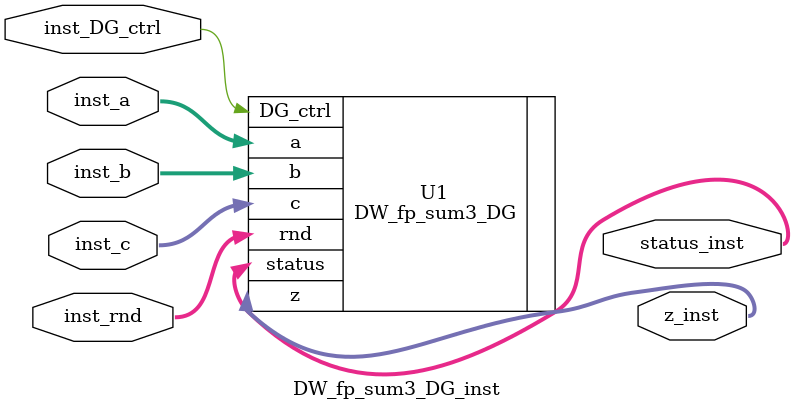
<source format=v>
module DW_fp_sum3_DG_inst( inst_a, inst_b, inst_c, inst_rnd, inst_DG_ctrl, 
		z_inst, status_inst );

parameter sig_width = 23;
parameter exp_width = 8;
parameter ieee_compliance = 0;
parameter arch_type = 0;


input [sig_width+exp_width : 0] inst_a;
input [sig_width+exp_width : 0] inst_b;
input [sig_width+exp_width : 0] inst_c;
input [2 : 0] inst_rnd;
input inst_DG_ctrl;
output [sig_width+exp_width : 0] z_inst;
output [7 : 0] status_inst;

    // Instance of DW_fp_sum3_DG
    DW_fp_sum3_DG #(sig_width, exp_width, ieee_compliance, arch_type)
	  U1 ( .a(inst_a), .b(inst_b), .c(inst_c), .rnd(inst_rnd), .DG_ctrl(inst_DG_ctrl), .z(z_inst), .status(status_inst) );

endmodule

</source>
